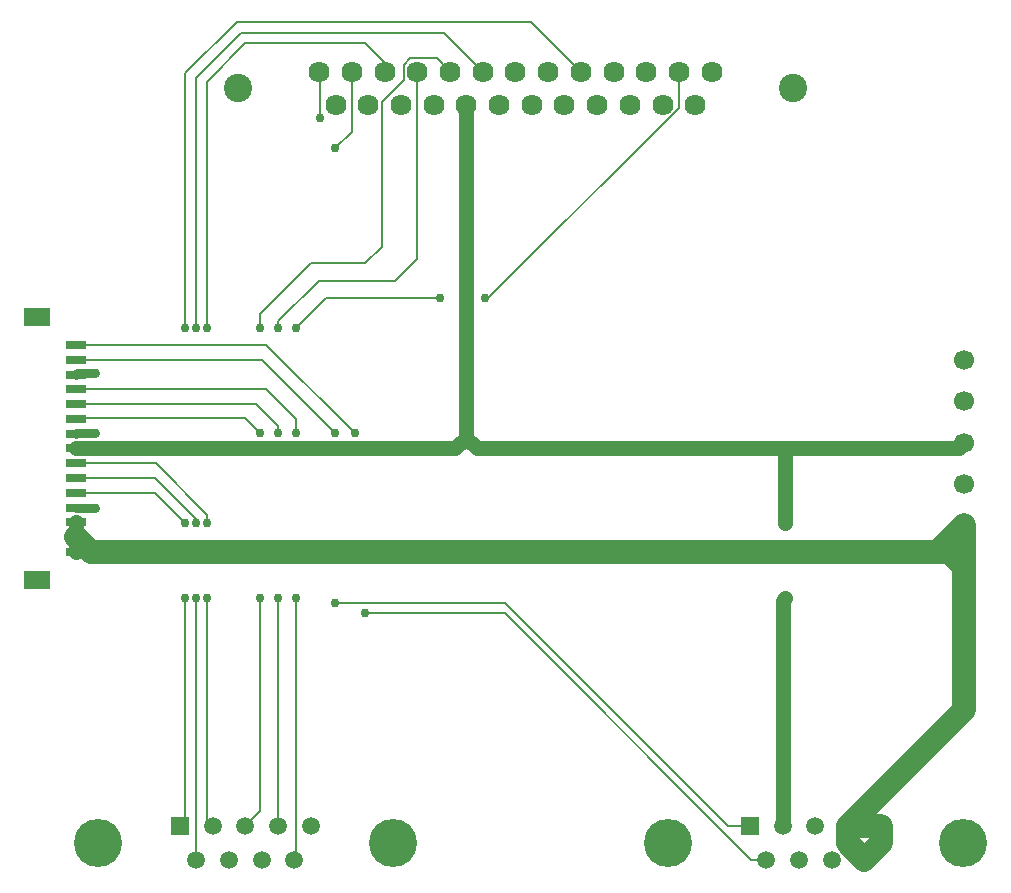
<source format=gbr>
G04 EAGLE Gerber RS-274X export*
G75*
%MOMM*%
%FSLAX34Y34*%
%LPD*%
%INTop Copper*%
%IPPOS*%
%AMOC8*
5,1,8,0,0,1.08239X$1,22.5*%
G01*
%ADD10C,1.790700*%
%ADD11C,2.400300*%
%ADD12C,1.508000*%
%ADD13R,1.508000X1.508000*%
%ADD14C,4.066000*%
%ADD15R,1.800000X0.700000*%
%ADD16R,2.200000X1.600000*%
%ADD17C,1.700000*%
%ADD18C,0.762000*%
%ADD19C,0.756400*%
%ADD20C,0.152400*%
%ADD21C,2.032000*%
%ADD22C,1.270000*%


D10*
X431800Y941324D03*
X459486Y941324D03*
X487172Y941324D03*
X514858Y941324D03*
X542544Y941324D03*
X570230Y941324D03*
X597916Y941324D03*
X404114Y941324D03*
X376428Y941324D03*
X348742Y941324D03*
X321056Y941324D03*
X293370Y941324D03*
X265684Y941324D03*
X584073Y912876D03*
X556387Y912876D03*
X528701Y912876D03*
X501015Y912876D03*
X473329Y912876D03*
X445643Y912876D03*
X417957Y912876D03*
X390271Y912876D03*
X362585Y912876D03*
X334899Y912876D03*
X307213Y912876D03*
X279527Y912876D03*
D11*
X196596Y927100D03*
X667004Y927100D03*
D12*
X161650Y274090D03*
X189350Y274090D03*
X217050Y274090D03*
X244750Y274090D03*
X258600Y302490D03*
X230900Y302490D03*
X203200Y302490D03*
X175500Y302490D03*
D13*
X147800Y302490D03*
D14*
X78250Y288290D03*
X328150Y288290D03*
D12*
X644250Y274090D03*
X671950Y274090D03*
X699650Y274090D03*
X727350Y274090D03*
X741200Y302490D03*
X713500Y302490D03*
X685800Y302490D03*
X658100Y302490D03*
D13*
X630400Y302490D03*
D14*
X560850Y288290D03*
X810750Y288290D03*
D15*
X59800Y534800D03*
X59800Y547300D03*
D16*
X26800Y511300D03*
X26800Y733300D03*
D15*
X59800Y559800D03*
X59800Y572300D03*
X59800Y584800D03*
X59800Y597300D03*
X59800Y609800D03*
X59800Y622300D03*
X59800Y634800D03*
X59800Y647300D03*
X59800Y659800D03*
X59800Y672300D03*
X59800Y684800D03*
X59800Y697300D03*
X59800Y709800D03*
D17*
X811800Y697100D03*
X811800Y662100D03*
X811800Y627100D03*
X811800Y592100D03*
X811800Y557100D03*
X811800Y522100D03*
D18*
X75400Y572300D02*
X59800Y572300D01*
X75400Y572300D02*
X76200Y571500D01*
D19*
X76200Y571500D03*
D18*
X59800Y634800D02*
X60000Y635000D01*
X76200Y635000D01*
D19*
X76200Y635000D03*
D18*
X59800Y684800D02*
X60800Y685800D01*
X76200Y685800D01*
D19*
X76200Y685800D03*
D20*
X611910Y302490D02*
X630400Y302490D01*
X422712Y491688D02*
X279400Y491688D01*
D19*
X279400Y491688D03*
X279400Y635000D03*
D20*
X422712Y491688D02*
X611910Y302490D01*
X279400Y635000D02*
X217100Y697300D01*
X59800Y697300D01*
X293370Y890270D02*
X293370Y941324D01*
X293370Y890270D02*
X279400Y876300D01*
D19*
X279400Y876300D03*
D20*
X631546Y274090D02*
X644250Y274090D01*
X423036Y482600D02*
X304800Y482600D01*
D19*
X304800Y482600D03*
X295712Y635000D03*
D20*
X423036Y482600D02*
X631546Y274090D01*
X295712Y635000D02*
X220912Y709800D01*
X59800Y709800D01*
D19*
X266700Y901700D03*
D20*
X266700Y940308D01*
X265684Y941324D01*
X245900Y275240D02*
X244750Y274090D01*
X245900Y275240D02*
X245900Y495300D01*
D19*
X245900Y495300D03*
X245900Y635000D03*
D20*
X245900Y647427D01*
X221027Y672300D01*
X59800Y672300D01*
D19*
X245900Y723900D03*
D20*
X271300Y749300D01*
D19*
X368300Y749300D03*
X406400Y749300D03*
D20*
X408706Y749300D02*
X570230Y910824D01*
X408706Y749300D02*
X406400Y749300D01*
X570230Y910824D02*
X570230Y941324D01*
X368300Y749300D02*
X271300Y749300D01*
X230900Y495300D02*
X230900Y302490D01*
D19*
X230900Y495300D03*
X230900Y635000D03*
D20*
X230900Y641213D01*
X212313Y659800D01*
X59800Y659800D01*
D19*
X230900Y723900D03*
D20*
X230900Y730113D01*
X265087Y764300D01*
X330200Y764300D01*
X348742Y782842D01*
X348742Y941324D01*
D21*
X811800Y557100D02*
X811800Y522100D01*
X741200Y302490D02*
X713500Y302490D01*
X713500Y287940D01*
X727350Y274090D01*
X741200Y287940D02*
X741200Y302490D01*
X741200Y287940D02*
X727350Y274090D01*
X789500Y534800D02*
X799100Y534800D01*
X811800Y522100D01*
X811800Y400790D01*
X713500Y302490D01*
X789500Y534800D02*
X811800Y557100D01*
D22*
X59800Y559800D02*
X59800Y547300D01*
X59800Y534800D01*
D21*
X59800Y547300D02*
X72300Y534800D01*
X789500Y534800D01*
D20*
X152400Y495300D02*
X152400Y307090D01*
X147800Y302490D01*
D19*
X152400Y495300D03*
X152400Y558800D03*
D20*
X126400Y584800D02*
X59800Y584800D01*
X126400Y584800D02*
X152400Y558800D01*
D19*
X152400Y723900D03*
D20*
X152400Y940105D01*
X195671Y983376D01*
X445120Y983376D02*
X487172Y941324D01*
X445120Y983376D02*
X195671Y983376D01*
X161650Y495138D02*
X161650Y274090D01*
X161650Y495138D02*
X161488Y495300D01*
D19*
X161488Y495300D03*
X161488Y558800D03*
D20*
X161488Y562564D01*
X126752Y597300D02*
X59800Y597300D01*
X126752Y597300D02*
X161488Y562564D01*
D19*
X161488Y723900D03*
D20*
X161488Y936340D01*
X199436Y974288D01*
X371150Y974288D02*
X404114Y941324D01*
X371150Y974288D02*
X199436Y974288D01*
D22*
X807000Y622300D02*
X811800Y627100D01*
X807000Y622300D02*
X660400Y622300D01*
X658100Y493000D02*
X658100Y302490D01*
X658100Y493000D02*
X660400Y495300D01*
D19*
X660400Y495300D03*
X660400Y558800D03*
D22*
X660400Y622300D01*
X381000Y622300D02*
X59800Y622300D01*
X381000Y622300D02*
X390271Y631571D01*
X390271Y912876D01*
X390271Y631571D02*
X399542Y622300D01*
X660400Y622300D01*
D20*
X215900Y315190D02*
X203200Y302490D01*
X215900Y315190D02*
X215900Y495300D01*
D19*
X215900Y495300D03*
X215900Y635000D03*
D20*
X203200Y647700D01*
X60200Y647700D02*
X59800Y647300D01*
X60200Y647700D02*
X203200Y647700D01*
D19*
X215900Y723900D03*
D20*
X215900Y736327D01*
X258874Y779300D01*
X304800Y779300D01*
X342964Y952564D02*
X365189Y952564D01*
X376428Y941324D01*
X342964Y952564D02*
X337503Y947103D01*
X337503Y934403D02*
X318453Y915353D01*
X337503Y934403D02*
X337503Y947103D01*
X318453Y792953D02*
X304800Y779300D01*
X318453Y792953D02*
X318453Y915353D01*
D19*
X170576Y495300D03*
X170576Y558800D03*
D20*
X170576Y566329D01*
X127105Y609800D02*
X59800Y609800D01*
X127105Y609800D02*
X170576Y566329D01*
X170576Y307414D02*
X175500Y302490D01*
X170576Y307414D02*
X170576Y495300D01*
D19*
X170576Y723900D03*
D20*
X170576Y932576D01*
X203200Y965200D01*
X304800Y965200D01*
X321056Y948944D01*
X321056Y941324D01*
M02*

</source>
